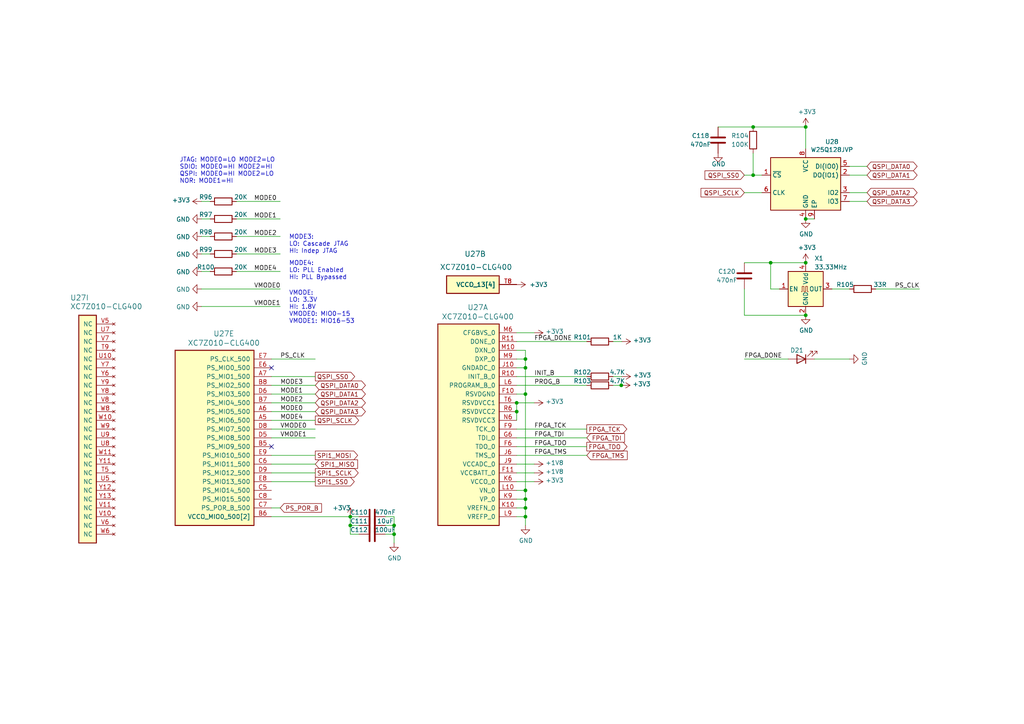
<source format=kicad_sch>
(kicad_sch (version 20231120) (generator "eeschema") (generator_version "8.0")
  (paper "A4")
  (title_block (title "FPGA Configuration") (date "2024-06-09") (rev "R0.10") (company "Copyright 2024 Anhang Li, Wenting Zhang") (comment 2 "MERCHANTABILITY, SATISFACTORY QUALITY AND FITNESS FOR A PARTICULAR PURPOSE.") (comment 3 "This source is distributed WITHOUT ANY EXPRESS OR IMPLIED WARRANTY, INCLUDING OF") (comment 4 "This source describes Open Hardware and is licensed under the CERN-OHL-P v2."))
  (junction (at 152.4 142.24))
  (junction (at 218.44 50.8) (diameter 0.9144))
  (junction (at 233.68 63.5) (diameter 0.9144))
  (junction (at 152.4 104.14))
  (junction (at 233.68 36.83))
  (junction (at 152.4 114.3))
  (junction (at 152.4 149.86))
  (junction (at 152.4 147.32))
  (junction (at 180.196 111.76))
  (junction (at 152.4 144.78))
  (junction (at 149.86 119.38))
  (junction (at 218.44 36.83) (diameter 0.9144))
  (junction (at 114.3 152.4))
  (junction (at 233.68 76.2))
  (junction (at 223.52 76.2))
  (junction (at 233.68 91.44))
  (junction (at 149.86 116.84))
  (junction (at 101.6 152.4))
  (junction (at 101.6 149.86))
  (junction (at 152.4 106.68))
  (junction (at 114.3 154.94))
  (no_connect (at 78.74 129.54))
  (no_connect (at 78.74 106.68))
  (wire (pts (xy 246.38 48.26) (xy 251.46 48.26)))
  (wire (pts (xy 170.18 129.54) (xy 149.86 129.54)))
  (wire (pts (xy 218.44 36.83) (xy 233.68 36.83)))
  (wire (pts (xy 215.9 76.2) (xy 223.52 76.2)))
  (wire (pts (xy 152.4 147.32) (xy 152.4 149.86)))
  (wire (pts (xy 152.4 101.6) (xy 152.4 104.14)))
  (wire (pts (xy 223.52 76.2) (xy 233.68 76.2)))
  (wire (pts (xy 215.9 104.14) (xy 228.6 104.14)))
  (wire (pts (xy 170.18 99.06) (xy 149.86 99.06)))
  (wire (pts (xy 246.38 50.8) (xy 251.46 50.8)))
  (wire (pts (xy 60.96 63.5) (xy 58.42 63.5)))
  (wire (pts (xy 91.44 124.46) (xy 78.74 124.46)))
  (wire (pts (xy 152.4 142.24) (xy 152.4 144.78)))
  (wire (pts (xy 152.4 106.68) (xy 152.4 114.3)))
  (wire (pts (xy 149.86 101.6) (xy 152.4 101.6)))
  (wire (pts (xy 149.86 111.76) (xy 170.18 111.76)))
  (wire (pts (xy 58.42 83.82) (xy 81.28 83.82)))
  (wire (pts (xy 78.74 147.32) (xy 81.28 147.32)))
  (wire (pts (xy 180.34 109.22) (xy 177.8 109.22)))
  (wire (pts (xy 60.96 78.74) (xy 58.42 78.74)))
  (wire (pts (xy 236.22 63.5) (xy 233.68 63.5)))
  (wire (pts (xy 101.6 152.4) (xy 101.6 154.94)))
  (wire (pts (xy 111.76 152.4) (xy 114.3 152.4)))
  (wire (pts (xy 58.42 58.42) (xy 60.96 58.42)))
  (wire (pts (xy 149.86 137.16) (xy 154.94 137.16)))
  (wire (pts (xy 149.86 119.38) (xy 149.86 116.84)))
  (wire (pts (xy 149.86 144.78) (xy 152.4 144.78)))
  (wire (pts (xy 180.196 111.76) (xy 180.34 111.76)))
  (wire (pts (xy 149.86 114.3) (xy 152.4 114.3)))
  (wire (pts (xy 246.38 83.82) (xy 241.3 83.82)))
  (wire (pts (xy 149.86 139.7) (xy 154.94 139.7)))
  (wire (pts (xy 208.28 36.83) (xy 218.44 36.83)))
  (wire (pts (xy 68.58 78.74) (xy 81.28 78.74)))
  (wire (pts (xy 218.44 50.8) (xy 220.98 50.8)))
  (wire (pts (xy 152.4 104.14) (xy 152.4 106.68)))
  (wire (pts (xy 78.74 134.62) (xy 91.44 134.62)))
  (wire (pts (xy 149.86 104.14) (xy 152.4 104.14)))
  (wire (pts (xy 104.14 152.4) (xy 101.6 152.4)))
  (wire (pts (xy 91.44 111.76) (xy 78.74 111.76)))
  (wire (pts (xy 215.9 83.82) (xy 215.9 91.44)))
  (wire (pts (xy 91.44 104.14) (xy 78.74 104.14)))
  (wire (pts (xy 58.42 68.58) (xy 60.96 68.58)))
  (wire (pts (xy 170.18 109.22) (xy 149.86 109.22)))
  (wire (pts (xy 78.74 139.7) (xy 91.44 139.7)))
  (wire (pts (xy 236.22 104.14) (xy 246.38 104.14)))
  (wire (pts (xy 152.4 144.78) (xy 152.4 147.32)))
  (wire (pts (xy 215.9 91.44) (xy 233.68 91.44)))
  (wire (pts (xy 149.86 121.92) (xy 149.86 119.38)))
  (wire (pts (xy 91.44 127) (xy 78.74 127)))
  (wire (pts (xy 58.42 88.9) (xy 81.28 88.9)))
  (wire (pts (xy 180.34 99.06) (xy 177.8 99.06)))
  (wire (pts (xy 170.18 132.08) (xy 149.86 132.08)))
  (wire (pts (xy 215.9 55.88) (xy 220.98 55.88)))
  (wire (pts (xy 78.74 132.08) (xy 91.44 132.08)))
  (wire (pts (xy 68.58 63.5) (xy 81.28 63.5)))
  (wire (pts (xy 233.68 43.18) (xy 233.68 36.83)))
  (wire (pts (xy 246.38 58.42) (xy 251.46 58.42)))
  (wire (pts (xy 114.3 152.4) (xy 114.3 154.94)))
  (wire (pts (xy 101.6 152.4) (xy 101.6 149.86)))
  (wire (pts (xy 91.44 121.92) (xy 78.74 121.92)))
  (wire (pts (xy 215.9 50.8) (xy 218.44 50.8)))
  (wire (pts (xy 111.76 149.86) (xy 114.3 149.86)))
  (wire (pts (xy 218.44 44.45) (xy 218.44 50.8)))
  (wire (pts (xy 152.4 114.3) (xy 152.4 142.24)))
  (wire (pts (xy 114.3 154.94) (xy 114.3 157.48)))
  (wire (pts (xy 78.74 137.16) (xy 91.44 137.16)))
  (wire (pts (xy 149.86 134.62) (xy 154.94 134.62)))
  (wire (pts (xy 111.76 154.94) (xy 114.3 154.94)))
  (wire (pts (xy 149.86 116.84) (xy 154.94 116.84)))
  (wire (pts (xy 101.6 149.86) (xy 104.14 149.86)))
  (wire (pts (xy 170.18 124.46) (xy 149.86 124.46)))
  (wire (pts (xy 149.86 147.32) (xy 152.4 147.32)))
  (wire (pts (xy 58.42 73.66) (xy 60.96 73.66)))
  (wire (pts (xy 223.52 83.82) (xy 226.06 83.82)))
  (wire (pts (xy 149.86 106.68) (xy 152.4 106.68)))
  (wire (pts (xy 223.52 76.2) (xy 223.52 83.82)))
  (wire (pts (xy 68.58 58.42) (xy 81.28 58.42)))
  (wire (pts (xy 152.4 149.86) (xy 152.4 152.4)))
  (wire (pts (xy 149.86 142.24) (xy 152.4 142.24)))
  (wire (pts (xy 68.58 68.58) (xy 81.28 68.58)))
  (wire (pts (xy 114.3 149.86) (xy 114.3 152.4)))
  (wire (pts (xy 170.18 127) (xy 149.86 127)))
  (wire (pts (xy 149.86 96.52) (xy 154.94 96.52)))
  (wire (pts (xy 91.44 114.3) (xy 78.74 114.3)))
  (wire (pts (xy 91.44 119.38) (xy 78.74 119.38)))
  (wire (pts (xy 91.44 109.22) (xy 78.74 109.22)))
  (wire (pts (xy 246.38 55.88) (xy 251.46 55.88)))
  (wire (pts (xy 149.86 149.86) (xy 152.4 149.86)))
  (wire (pts (xy 101.6 154.94) (xy 104.14 154.94)))
  (wire (pts (xy 266.7 83.82) (xy 254 83.82)))
  (wire (pts (xy 68.58 73.66) (xy 81.28 73.66)))
  (wire (pts (xy 78.74 149.86) (xy 101.6 149.86)))
  (wire (pts (xy 91.44 116.84) (xy 78.74 116.84)))
  (wire (pts (xy 177.8 111.76) (xy 180.196 111.76)))
  (text "VMODE:\nLO: 3.3V\nHI: 1.8V\nVMODE0: MIO0-15\nVMODE1: MIO16-53" (at 83.82 93.98 0) (effects (font (size 1.27 1.27)) (justify left bottom)))
  (text "MODE3:\nLO: Cascade JTAG\nHI: Indep JTAG" (at 83.82 73.66 0) (effects (font (size 1.27 1.27)) (justify left bottom)))
  (text "MODE4:\nLO: PLL Enabled\nHI: PLL Bypassed" (at 83.82 81.28 0) (effects (font (size 1.27 1.27)) (justify left bottom)))
  (text "JTAG: MODE0=LO MODE2=LO\nSDIO: MODE0=HI MODE2=HI\nQSPI: MODE0=HI MODE2=LO\nNOR: MODE1=HI" (at 52.07 53.34 0) (effects (font (size 1.27 1.27)) (justify left bottom)))
  (label "FPGA_TCK" (at 154.94 124.46 0))
  (label "MODE1" (at 73.66 63.5 0))
  (label "FPGA_DONE" (at 154.94 99.06 0))
  (label "FPGA_TDO" (at 154.94 129.54 0))
  (label "MODE4" (at 81.28 121.92 0))
  (label "MODE1" (at 81.28 114.3 0))
  (label "MODE0" (at 73.66 58.42 0))
  (label "VMODE1" (at 81.28 127 0))
  (label "MODE2" (at 81.28 116.84 0))
  (label "FPGA_TMS" (at 154.94 132.08 0))
  (label "MODE3" (at 81.28 111.76 0))
  (label "FPGA_TDI" (at 154.94 127 0))
  (label "VMODE0" (at 73.66 83.82 0))
  (label "VMODE0" (at 81.28 124.46 0))
  (label "FPGA_DONE" (at 215.9 104.14 0))
  (label "MODE4" (at 73.66 78.74 0))
  (label "MODE0" (at 81.28 119.38 0))
  (label "PROG_B" (at 154.94 111.76 0))
  (label "VMODE1" (at 73.66 88.9 0))
  (label "MODE2" (at 73.66 68.58 0))
  (label "PS_CLK" (at 81.28 104.14 0))
  (label "INIT_B" (at 154.94 109.22 0))
  (label "MODE3" (at 73.66 73.66 0))
  (label "PS_CLK" (at 266.7 83.82 180))
  (global_label "QSPI_SS0" (shape output) (at 91.44 109.22 0) (property "Intersheetrefs" "${INTERSHEET_REFS}" (effects (hide yes))))
  (global_label "QSPI_SCLK" (shape output) (at 91.44 121.92 0) (property "Intersheetrefs" "${INTERSHEET_REFS}" (effects (hide yes))))
  (global_label "QSPI_DATA0" (shape bidirectional) (at 251.46 48.26 0) (property "Intersheetrefs" "${INTERSHEET_REFS}" (effects (hide yes))))
  (global_label "QSPI_SS0" (shape input) (at 215.9 50.8 180) (property "Intersheetrefs" "${INTERSHEET_REFS}" (effects (hide yes))))
  (global_label "QSPI_DATA1" (shape bidirectional) (at 251.46 50.8 0) (property "Intersheetrefs" "${INTERSHEET_REFS}" (effects (hide yes))))
  (global_label "QSPI_DATA3" (shape bidirectional) (at 251.46 58.42 0) (property "Intersheetrefs" "${INTERSHEET_REFS}" (effects (hide yes))))
  (global_label "QSPI_DATA2" (shape bidirectional) (at 91.44 116.84 0) (property "Intersheetrefs" "${INTERSHEET_REFS}" (effects (hide yes))))
  (global_label "SPI1_MISO" (shape input) (at 91.44 134.62 0) (property "Intersheetrefs" "${INTERSHEET_REFS}" (effects (hide yes))))
  (global_label "FPGA_TDO" (shape output) (at 170.18 129.54 0) (property "Intersheetrefs" "${INTERSHEET_REFS}" (effects (hide yes))))
  (global_label "QSPI_SCLK" (shape input) (at 215.9 55.88 180) (property "Intersheetrefs" "${INTERSHEET_REFS}" (effects (hide yes))))
  (global_label "FPGA_TMS" (shape input) (at 170.18 132.08 0) (property "Intersheetrefs" "${INTERSHEET_REFS}" (effects (hide yes))))
  (global_label "FPGA_TDI" (shape input) (at 170.18 127 0) (property "Intersheetrefs" "${INTERSHEET_REFS}" (effects (hide yes))))
  (global_label "QSPI_DATA2" (shape bidirectional) (at 251.46 55.88 0) (property "Intersheetrefs" "${INTERSHEET_REFS}" (effects (hide yes))))
  (global_label "FPGA_TCK" (shape output) (at 170.18 124.46 0) (property "Intersheetrefs" "${INTERSHEET_REFS}" (effects (hide yes))))
  (global_label "PS_POR_B" (shape input) (at 81.28 147.32 0) (property "Intersheetrefs" "${INTERSHEET_REFS}" (effects (hide yes))))
  (global_label "QSPI_DATA3" (shape bidirectional) (at 91.44 119.38 0) (property "Intersheetrefs" "${INTERSHEET_REFS}" (effects (hide yes))))
  (global_label "QSPI_DATA0" (shape bidirectional) (at 91.44 111.76 0) (property "Intersheetrefs" "${INTERSHEET_REFS}" (effects (hide yes))))
  (global_label "QSPI_DATA1" (shape bidirectional) (at 91.44 114.3 0) (property "Intersheetrefs" "${INTERSHEET_REFS}" (effects (hide yes))))
  (global_label "SPI1_SCLK" (shape output) (at 91.44 137.16 0) (property "Intersheetrefs" "${INTERSHEET_REFS}" (effects (hide yes))))
  (global_label "SPI1_SS0" (shape output) (at 91.44 139.7 0) (property "Intersheetrefs" "${INTERSHEET_REFS}" (effects (hide yes))))
  (global_label "SPI1_MOSI" (shape output) (at 91.44 132.08 0) (property "Intersheetrefs" "${INTERSHEET_REFS}" (effects (hide yes))))
  (symbol (lib_id "power:GND") (at 58.42 78.74 270) (unit 1)
    (property "Reference" "#PWR0206" (effects (hide yes)))
    (property "Value" "GND" (at 55.1688 78.867 90) (effects (justify right)))
  )
  (symbol (lib_id "symbols:XC7Z007S-CLG400") (at 78.74 104.14 0) (mirror y) (unit 5)
    (property "Reference" "U27" (at 64.9224 96.774 0) (effects (font (size 1.524 1.524))))
    (property "Value" "XC7Z010-CLG400" (at 64.9224 99.4664 0) (effects (font (size 1.524 1.524))))
    (property "Footprint" "Package_BGA:Xilinx_CLG400" (effects (hide yes)))
    (property "desc" "xc7z007sclg400" (effects (hide yes)))
  )
  (symbol (lib_id "symbols:XC7Z007S-CLG400") (at 149.86 82.55 0) (mirror y) (unit 2)
    (property "Reference" "U27" (at 140.97 73.66 0) (effects (font (size 1.524 1.524)) (justify left)))
    (property "Value" "XC7Z010-CLG400" (at 148.59 77.47 0) (effects (font (size 1.524 1.524)) (justify left)))
    (property "Footprint" "Package_BGA:Xilinx_CLG400" (effects (hide yes)))
    (property "desc" "xc7z007sclg400" (effects (hide yes)))
  )
  (symbol (lib_id "Device:R") (at 173.99 99.06 270) (mirror x) (unit 1)
    (property "Reference" "R101" (at 168.91 97.79 90))
    (property "Value" "1K" (at 179.07 97.79 90))
    (property "Footprint" "Resistor_SMD:R_0402_1005Metric" (effects (hide yes)))
  )
  (symbol (lib_id "power:GND") (at 58.42 83.82 270) (unit 1)
    (property "Reference" "#PWR0207" (effects (hide yes)))
    (property "Value" "GND" (at 55.1688 83.947 90) (effects (justify right)))
  )
  (symbol (lib_id "power:+3V3") (at 58.42 58.42 90) (unit 1)
    (property "Reference" "#PWR0202" (effects (hide yes)))
    (property "Value" "+3V3" (at 55.1688 58.039 90) (effects (justify left)))
  )
  (symbol (lib_id "power:GND") (at 58.42 88.9 270) (unit 1)
    (property "Reference" "#PWR0208" (effects (hide yes)))
    (property "Value" "GND" (at 55.1688 89.027 90) (effects (justify right)))
  )
  (symbol (lib_id "power:GND") (at 152.4 152.4 0) (unit 1)
    (property "Reference" "#PWR0218" (effects (hide yes)))
    (property "Value" "GND" (at 152.527 156.7942 0))
  )
  (symbol (lib_id "Device:C") (at 107.95 154.94 270) (unit 1)
    (property "Reference" "C112" (at 104.14 153.67 90))
    (property "Value" "100uF" (at 111.76 153.67 90))
    (property "Footprint" "Capacitor_SMD:C_0805_2012Metric" (effects (hide yes)))
  )
  (symbol (lib_id "power:+3V3") (at 149.86 82.55 270) (unit 1)
    (property "Reference" "#PWR0211" (effects (hide yes)))
    (property "Value" "+3V3" (at 156.21 82.55 90))
  )
  (symbol (lib_id "power:+3V3") (at 154.94 96.52 270) (mirror x) (unit 1)
    (property "Reference" "#PWR0219" (effects (hide yes)))
    (property "Value" "+3V3" (at 158.1912 96.139 90) (effects (justify left)))
  )
  (symbol (lib_id "Device:R") (at 64.77 68.58 90) (unit 1)
    (property "Reference" "R98" (at 59.69 67.31 90))
    (property "Value" "20K" (at 69.85 67.31 90))
    (property "Footprint" "Resistor_SMD:R_0402_1005Metric" (effects (hide yes)))
  )
  (symbol (lib_id "power:GND") (at 208.28 44.45 0) (unit 1)
    (property "Reference" "#PWR0232" (effects (hide yes)))
    (property "Value" "GND" (at 208.407 47.5742 0))
  )
  (symbol (lib_id "power:+3V3") (at 154.94 116.84 270) (mirror x) (unit 1)
    (property "Reference" "#PWR0220" (effects (hide yes)))
    (property "Value" "+3V3" (at 158.1912 116.459 90) (effects (justify left)))
  )
  (symbol (lib_id "Device:R") (at 64.77 63.5 90) (unit 1)
    (property "Reference" "R97" (at 59.69 62.23 90))
    (property "Value" "20K" (at 69.85 62.23 90))
    (property "Footprint" "Resistor_SMD:R_0402_1005Metric" (effects (hide yes)))
  )
  (symbol (lib_id "Device:C") (at 107.95 149.86 270) (unit 1)
    (property "Reference" "C110" (at 104.14 148.59 90))
    (property "Value" "470nF" (at 111.76 148.59 90))
    (property "Footprint" "Capacitor_SMD:C_0402_1005Metric" (effects (hide yes)))
  )
  (symbol (lib_id "power:GND") (at 58.42 68.58 270) (unit 1)
    (property "Reference" "#PWR0204" (effects (hide yes)))
    (property "Value" "GND" (at 55.1688 68.707 90) (effects (justify right)))
  )
  (symbol (lib_id "power:GND") (at 246.38 104.14 90) (unit 1)
    (property "Reference" "#PWR0231" (effects (hide yes)))
    (property "Value" "GND" (at 250.7742 104.013 0))
  )
  (symbol (lib_id "power:+3V3") (at 180.196 111.76 270) (mirror x) (unit 1)
    (property "Reference" "#PWR0293" (effects (hide yes)))
    (property "Value" "+3V3" (at 183.4472 111.379 90) (effects (justify left)))
  )
  (symbol (lib_id "Oscillator:ASE-xxxMHz") (at 233.68 83.82 0) (unit 1)
    (property "Reference" "X1" (at 236.22 74.93 0) (effects (justify left)))
    (property "Value" "33.33MHz" (at 236.22 77.47 0) (effects (justify left)))
    (property "Footprint" "Crystal:Crystal_SMD_3225-4Pin_3.2x2.5mm" (effects (hide yes)))
    (property "Datasheet" "http://www.abracon.com/Oscillators/ASV.pdf" (effects (hide yes)))
  )
  (symbol (lib_id "power:GND") (at 233.68 91.44 0) (unit 1)
    (property "Reference" "#PWR0238" (effects (hide yes)))
    (property "Value" "GND" (at 233.807 95.8342 0))
  )
  (symbol (lib_id "Memory_Flash:W25Q32JVZP") (at 233.68 53.34 0) (unit 1)
    (property "Reference" "U28" (at 241.3 41.123 0))
    (property "Value" "W25Q128JVP" (at 241.3 43.434 0))
    (property "Footprint" "Package_SON:WSON-8-1EP_6x5mm_P1.27mm_EP3.4x4mm" (effects (hide yes)))
    (property "Datasheet" "http://www.winbond.com/resource-files/w25q32jv%20revg%2003272018%20plus.pdf" (effects (hide yes)))
  )
  (symbol (lib_id "Device:R") (at 218.44 40.64 0) (unit 1)
    (property "Reference" "R104" (at 214.63 39.37 0))
    (property "Value" "100K" (at 214.63 41.91 0))
    (property "Footprint" "Resistor_SMD:R_0402_1005Metric" (effects (hide yes)))
  )
  (symbol (lib_id "Device:C") (at 208.28 40.64 180) (unit 1)
    (property "Reference" "C118" (at 203.2 39.37 0))
    (property "Value" "470nF" (at 203.2 41.91 0))
    (property "Footprint" "Capacitor_SMD:C_0402_1005Metric" (effects (hide yes)))
  )
  (symbol (lib_id "Device:R") (at 250.19 83.82 90) (unit 1)
    (property "Reference" "R105" (at 245.11 82.55 90))
    (property "Value" "33R" (at 255.27 82.55 90))
    (property "Footprint" "Resistor_SMD:R_0402_1005Metric" (effects (hide yes)))
  )
  (symbol (lib_id "Device:R") (at 64.77 78.74 90) (unit 1)
    (property "Reference" "R100" (at 59.69 77.47 90))
    (property "Value" "20K" (at 69.85 77.47 90))
    (property "Footprint" "Resistor_SMD:R_0402_1005Metric" (effects (hide yes)))
  )
  (symbol (lib_id "power:+1V8") (at 154.94 134.62 270) (mirror x) (unit 1)
    (property "Reference" "#PWR0221" (effects (hide yes)))
    (property "Value" "+1V8" (at 158.1912 134.239 90) (effects (justify left)))
  )
  (symbol (lib_id "Device:R") (at 64.77 58.42 90) (unit 1)
    (property "Reference" "R96" (at 59.69 57.15 90))
    (property "Value" "20K" (at 69.85 57.15 90))
    (property "Footprint" "Resistor_SMD:R_0402_1005Metric" (effects (hide yes)))
  )
  (symbol (lib_id "Device:R") (at 64.77 73.66 90) (unit 1)
    (property "Reference" "R99" (at 59.69 72.39 90))
    (property "Value" "20K" (at 69.85 72.39 90))
    (property "Footprint" "Resistor_SMD:R_0402_1005Metric" (effects (hide yes)))
  )
  (symbol (lib_id "Device:C") (at 215.9 80.01 180) (unit 1)
    (property "Reference" "C120" (at 210.82 78.74 0))
    (property "Value" "470nF" (at 210.82 81.28 0))
    (property "Footprint" "Capacitor_SMD:C_0402_1005Metric" (effects (hide yes)))
  )
  (symbol (lib_id "power:+3V3") (at 180.34 99.06 270) (mirror x) (unit 1)
    (property "Reference" "#PWR0226" (effects (hide yes)))
    (property "Value" "+3V3" (at 183.5912 98.679 90) (effects (justify left)))
  )
  (symbol (lib_id "Device:C") (at 107.95 152.4 270) (unit 1)
    (property "Reference" "C111" (at 104.14 151.13 90))
    (property "Value" "10uF" (at 111.76 151.13 90))
    (property "Footprint" "Capacitor_SMD:C_0603_1608Metric" (effects (hide yes)))
  )
  (symbol (lib_id "power:+3V3") (at 233.68 76.2 0) (unit 1)
    (property "Reference" "#PWR0237" (effects (hide yes)))
    (property "Value" "+3V3" (at 234.061 71.8058 0))
  )
  (symbol (lib_id "power:+3V3") (at 101.6 149.86 0) (unit 1)
    (property "Reference" "#PWR0209" (effects (hide yes)))
    (property "Value" "+3V3" (at 99.06 147.32 0))
  )
  (symbol (lib_id "Device:R") (at 173.99 111.76 270) (mirror x) (unit 1)
    (property "Reference" "R103" (at 168.91 110.49 90))
    (property "Value" "4.7K" (at 179.07 110.49 90))
    (property "Footprint" "Resistor_SMD:R_0402_1005Metric" (effects (hide yes)))
  )
  (symbol (lib_id "power:+3V3") (at 180.34 109.22 270) (mirror x) (unit 1)
    (property "Reference" "#PWR0227" (effects (hide yes)))
    (property "Value" "+3V3" (at 183.5912 108.839 90) (effects (justify left)))
  )
  (symbol (lib_id "power:GND") (at 233.68 63.5 0) (unit 1)
    (property "Reference" "#PWR0236" (effects (hide yes)))
    (property "Value" "GND" (at 233.807 67.8942 0))
  )
  (symbol (lib_id "power:GND") (at 58.42 63.5 270) (unit 1)
    (property "Reference" "#PWR0203" (effects (hide yes)))
    (property "Value" "GND" (at 55.1688 63.627 90) (effects (justify right)))
  )
  (symbol (lib_id "power:GND") (at 58.42 73.66 270) (unit 1)
    (property "Reference" "#PWR0205" (effects (hide yes)))
    (property "Value" "GND" (at 55.1688 73.787 90) (effects (justify right)))
  )
  (symbol (lib_id "Device:R") (at 173.99 109.22 270) (mirror x) (unit 1)
    (property "Reference" "R102" (at 168.91 107.95 90))
    (property "Value" "4.7K" (at 179.07 107.95 90))
    (property "Footprint" "Resistor_SMD:R_0402_1005Metric" (effects (hide yes)))
  )
  (symbol (lib_id "symbols:XC7Z007S-CLG400") (at 33.02 93.98 0) (mirror y) (unit 9)
    (property "Reference" "U27" (at 20.32 86.36 0) (effects (font (size 1.524 1.524)) (justify right)))
    (property "Value" "XC7Z010-CLG400" (at 20.32 88.9 0) (effects (font (size 1.524 1.524)) (justify right)))
    (property "Footprint" "Package_BGA:Xilinx_CLG400" (effects (hide yes)))
    (property "desc" "xc7z007sclg400" (effects (hide yes)))
  )
  (symbol (lib_id "power:GND") (at 114.3 157.48 0) (unit 1)
    (property "Reference" "#PWR0210" (effects (hide yes)))
    (property "Value" "GND" (at 114.427 161.8742 0))
  )
  (symbol (lib_id "power:+1V8") (at 154.94 137.16 270) (mirror x) (unit 1)
    (property "Reference" "#PWR0222" (effects (hide yes)))
    (property "Value" "+1V8" (at 158.1912 136.779 90) (effects (justify left)))
  )
  (symbol (lib_id "symbols:XC7Z007S-CLG400") (at 149.86 96.52 0) (mirror y) (unit 1)
    (property "Reference" "U27" (at 138.5824 89.154 0) (effects (font (size 1.524 1.524))))
    (property "Value" "XC7Z010-CLG400" (at 138.5824 91.8464 0) (effects (font (size 1.524 1.524))))
    (property "Footprint" "Package_BGA:Xilinx_CLG400" (effects (hide yes)))
    (property "desc" "xc7z007sclg400" (effects (hide yes)))
  )
  (symbol (lib_id "power:+3V3") (at 233.68 36.83 0) (unit 1)
    (property "Reference" "#PWR0235" (effects (hide yes)))
    (property "Value" "+3V3" (at 234.061 32.4358 0))
  )
  (symbol (lib_id "power:+3V3") (at 154.94 139.7 270) (mirror x) (unit 1)
    (property "Reference" "#PWR0223" (effects (hide yes)))
    (property "Value" "+3V3" (at 158.1912 139.319 90) (effects (justify left)))
  )
  (symbol (lib_id "Device:LED") (at 232.41 104.14 180) (unit 1)
    (property "Reference" "D21" (at 231.14 101.6 0))
    (property "Value" "LED" (effects (hide yes)))
    (property "Footprint" "LED_SMD:LED_0603_1608Metric" (effects (hide yes)))
  )
)
</source>
